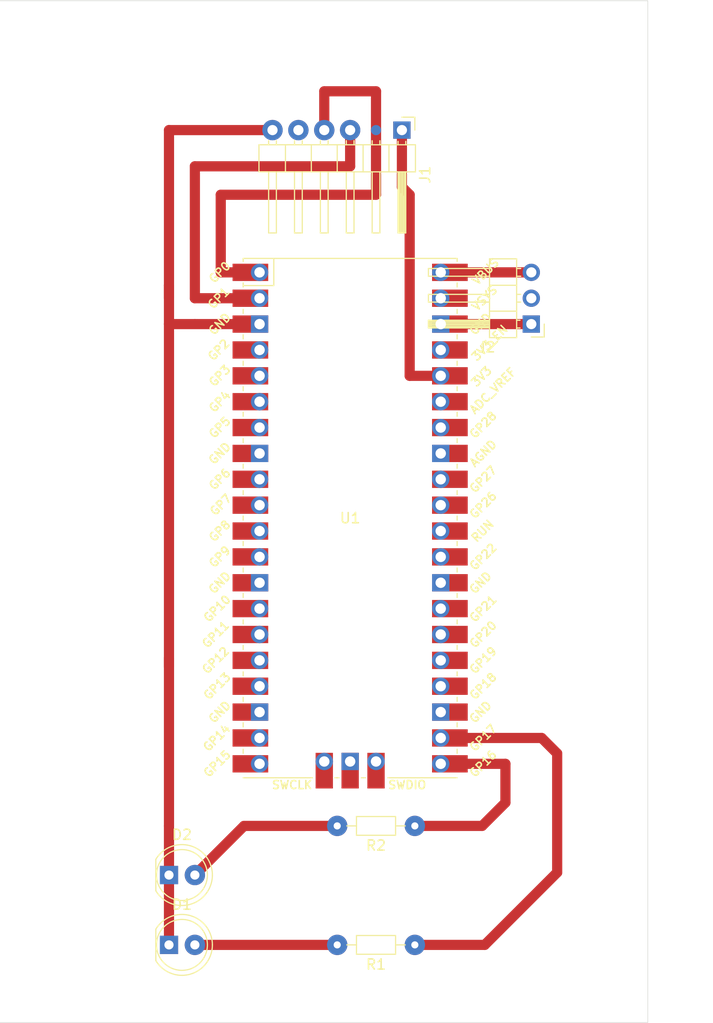
<source format=kicad_pcb>
(kicad_pcb (version 20171130) (host pcbnew "(5.1.12)-1")

  (general
    (thickness 1.6)
    (drawings 8)
    (tracks 38)
    (zones 0)
    (modules 7)
    (nets 47)
  )

  (page A4)
  (layers
    (0 F.Cu signal)
    (31 B.Cu signal hide)
    (32 B.Adhes user hide)
    (33 F.Adhes user hide)
    (34 B.Paste user hide)
    (35 F.Paste user hide)
    (36 B.SilkS user hide)
    (37 F.SilkS user)
    (38 B.Mask user hide)
    (39 F.Mask user hide)
    (40 Dwgs.User user)
    (41 Cmts.User user hide)
    (42 Eco1.User user hide)
    (43 Eco2.User user hide)
    (44 Edge.Cuts user hide)
    (45 Margin user hide)
    (46 B.CrtYd user hide)
    (47 F.CrtYd user hide)
    (48 B.Fab user hide)
    (49 F.Fab user hide)
  )

  (setup
    (last_trace_width 1)
    (user_trace_width 0.5)
    (user_trace_width 0.75)
    (user_trace_width 1)
    (trace_clearance 0.5)
    (zone_clearance 0.508)
    (zone_45_only no)
    (trace_min 0.2)
    (via_size 0.8)
    (via_drill 0.4)
    (via_min_size 0.4)
    (via_min_drill 0.3)
    (user_via 2 1)
    (uvia_size 0.3)
    (uvia_drill 0.1)
    (uvias_allowed no)
    (uvia_min_size 0.2)
    (uvia_min_drill 0.1)
    (edge_width 0.05)
    (segment_width 0.2)
    (pcb_text_width 0.3)
    (pcb_text_size 1.5 1.5)
    (mod_edge_width 0.12)
    (mod_text_size 1 1)
    (mod_text_width 0.15)
    (pad_size 1 1)
    (pad_drill 0.0001)
    (pad_to_mask_clearance 0)
    (aux_axis_origin 0 0)
    (visible_elements 7FFFFFFF)
    (pcbplotparams
      (layerselection 0x01000_ffffffff)
      (usegerberextensions false)
      (usegerberattributes true)
      (usegerberadvancedattributes true)
      (creategerberjobfile true)
      (excludeedgelayer true)
      (linewidth 0.100000)
      (plotframeref false)
      (viasonmask false)
      (mode 1)
      (useauxorigin false)
      (hpglpennumber 1)
      (hpglpenspeed 20)
      (hpglpendiameter 15.000000)
      (psnegative false)
      (psa4output false)
      (plotreference true)
      (plotvalue true)
      (plotinvisibletext false)
      (padsonsilk false)
      (subtractmaskfromsilk false)
      (outputformat 3)
      (mirror false)
      (drillshape 2)
      (scaleselection 1)
      (outputdirectory ""))
  )

  (net 0 "")
  (net 1 "Net-(D1-Pad2)")
  (net 2 GND)
  (net 3 "Net-(D2-Pad2)")
  (net 4 "Net-(J1-Pad2)")
  (net 5 "Net-(J1-Pad3)")
  (net 6 "Net-(J1-Pad5)")
  (net 7 "Net-(R1-Pad1)")
  (net 8 "Net-(R2-Pad1)")
  (net 9 "Net-(U1-Pad4)")
  (net 10 "Net-(U1-Pad5)")
  (net 11 "Net-(U1-Pad6)")
  (net 12 "Net-(U1-Pad7)")
  (net 13 "Net-(U1-Pad8)")
  (net 14 "Net-(U1-Pad9)")
  (net 15 "Net-(U1-Pad10)")
  (net 16 "Net-(U1-Pad11)")
  (net 17 "Net-(U1-Pad12)")
  (net 18 "Net-(U1-Pad13)")
  (net 19 "Net-(U1-Pad14)")
  (net 20 "Net-(U1-Pad15)")
  (net 21 "Net-(U1-Pad16)")
  (net 22 "Net-(U1-Pad17)")
  (net 23 "Net-(U1-Pad18)")
  (net 24 "Net-(U1-Pad19)")
  (net 25 "Net-(U1-Pad20)")
  (net 26 "Net-(U1-Pad23)")
  (net 27 "Net-(U1-Pad24)")
  (net 28 "Net-(U1-Pad25)")
  (net 29 "Net-(U1-Pad26)")
  (net 30 "Net-(U1-Pad27)")
  (net 31 "Net-(U1-Pad28)")
  (net 32 "Net-(U1-Pad29)")
  (net 33 "Net-(U1-Pad30)")
  (net 34 "Net-(U1-Pad31)")
  (net 35 "Net-(U1-Pad32)")
  (net 36 "Net-(U1-Pad33)")
  (net 37 "Net-(U1-Pad34)")
  (net 38 "Net-(U1-Pad35)")
  (net 39 "Net-(U1-Pad41)")
  (net 40 "Net-(U1-Pad42)")
  (net 41 "Net-(U1-Pad43)")
  (net 42 "Net-(J2-Pad3)")
  (net 43 "Net-(J2-Pad2)")
  (net 44 "Net-(J2-Pad1)")
  (net 45 "Net-(J1-Pad1)")
  (net 46 "Net-(U1-Pad37)")

  (net_class Default "This is the default net class."
    (clearance 0.5)
    (trace_width 1)
    (via_dia 0.8)
    (via_drill 0.4)
    (uvia_dia 0.3)
    (uvia_drill 0.1)
    (add_net GND)
    (add_net "Net-(D1-Pad2)")
    (add_net "Net-(D2-Pad2)")
    (add_net "Net-(J1-Pad1)")
    (add_net "Net-(J1-Pad2)")
    (add_net "Net-(J1-Pad3)")
    (add_net "Net-(J1-Pad5)")
    (add_net "Net-(J2-Pad1)")
    (add_net "Net-(J2-Pad2)")
    (add_net "Net-(J2-Pad3)")
    (add_net "Net-(R1-Pad1)")
    (add_net "Net-(R2-Pad1)")
    (add_net "Net-(U1-Pad10)")
    (add_net "Net-(U1-Pad11)")
    (add_net "Net-(U1-Pad12)")
    (add_net "Net-(U1-Pad13)")
    (add_net "Net-(U1-Pad14)")
    (add_net "Net-(U1-Pad15)")
    (add_net "Net-(U1-Pad16)")
    (add_net "Net-(U1-Pad17)")
    (add_net "Net-(U1-Pad18)")
    (add_net "Net-(U1-Pad19)")
    (add_net "Net-(U1-Pad20)")
    (add_net "Net-(U1-Pad23)")
    (add_net "Net-(U1-Pad24)")
    (add_net "Net-(U1-Pad25)")
    (add_net "Net-(U1-Pad26)")
    (add_net "Net-(U1-Pad27)")
    (add_net "Net-(U1-Pad28)")
    (add_net "Net-(U1-Pad29)")
    (add_net "Net-(U1-Pad30)")
    (add_net "Net-(U1-Pad31)")
    (add_net "Net-(U1-Pad32)")
    (add_net "Net-(U1-Pad33)")
    (add_net "Net-(U1-Pad34)")
    (add_net "Net-(U1-Pad35)")
    (add_net "Net-(U1-Pad37)")
    (add_net "Net-(U1-Pad4)")
    (add_net "Net-(U1-Pad41)")
    (add_net "Net-(U1-Pad42)")
    (add_net "Net-(U1-Pad43)")
    (add_net "Net-(U1-Pad5)")
    (add_net "Net-(U1-Pad6)")
    (add_net "Net-(U1-Pad7)")
    (add_net "Net-(U1-Pad8)")
    (add_net "Net-(U1-Pad9)")
  )

  (module Connector_PinHeader_2.54mm:PinHeader_1x06_P2.54mm_Horizontal (layer F.Cu) (tedit 61CFEAC1) (tstamp 61CDF61B)
    (at 236.22 50.8 270)
    (descr "Through hole angled pin header, 1x06, 2.54mm pitch, 6mm pin length, single row")
    (tags "Through hole angled pin header THT 1x06 2.54mm single row")
    (path /61CD1ABD)
    (fp_text reference J1 (at 4.385 -2.27 90) (layer F.SilkS)
      (effects (font (size 1 1) (thickness 0.15)))
    )
    (fp_text value Conn_01x06_Male (at 4.385 14.97 90) (layer F.Fab)
      (effects (font (size 1 1) (thickness 0.15)))
    )
    (fp_line (start 2.135 -1.27) (end 4.04 -1.27) (layer F.Fab) (width 0.1))
    (fp_line (start 4.04 -1.27) (end 4.04 13.97) (layer F.Fab) (width 0.1))
    (fp_line (start 4.04 13.97) (end 1.5 13.97) (layer F.Fab) (width 0.1))
    (fp_line (start 1.5 13.97) (end 1.5 -0.635) (layer F.Fab) (width 0.1))
    (fp_line (start 1.5 -0.635) (end 2.135 -1.27) (layer F.Fab) (width 0.1))
    (fp_line (start -0.32 -0.32) (end 1.5 -0.32) (layer F.Fab) (width 0.1))
    (fp_line (start -0.32 -0.32) (end -0.32 0.32) (layer F.Fab) (width 0.1))
    (fp_line (start -0.32 0.32) (end 1.5 0.32) (layer F.Fab) (width 0.1))
    (fp_line (start 4.04 -0.32) (end 10.04 -0.32) (layer F.Fab) (width 0.1))
    (fp_line (start 10.04 -0.32) (end 10.04 0.32) (layer F.Fab) (width 0.1))
    (fp_line (start 4.04 0.32) (end 10.04 0.32) (layer F.Fab) (width 0.1))
    (fp_line (start -0.32 2.22) (end 1.5 2.22) (layer F.Fab) (width 0.1))
    (fp_line (start -0.32 2.22) (end -0.32 2.86) (layer F.Fab) (width 0.1))
    (fp_line (start -0.32 2.86) (end 1.5 2.86) (layer F.Fab) (width 0.1))
    (fp_line (start 4.04 2.22) (end 10.04 2.22) (layer F.Fab) (width 0.1))
    (fp_line (start 10.04 2.22) (end 10.04 2.86) (layer F.Fab) (width 0.1))
    (fp_line (start 4.04 2.86) (end 10.04 2.86) (layer F.Fab) (width 0.1))
    (fp_line (start -0.32 4.76) (end 1.5 4.76) (layer F.Fab) (width 0.1))
    (fp_line (start -0.32 4.76) (end -0.32 5.4) (layer F.Fab) (width 0.1))
    (fp_line (start -0.32 5.4) (end 1.5 5.4) (layer F.Fab) (width 0.1))
    (fp_line (start 4.04 4.76) (end 10.04 4.76) (layer F.Fab) (width 0.1))
    (fp_line (start 10.04 4.76) (end 10.04 5.4) (layer F.Fab) (width 0.1))
    (fp_line (start 4.04 5.4) (end 10.04 5.4) (layer F.Fab) (width 0.1))
    (fp_line (start -0.32 7.3) (end 1.5 7.3) (layer F.Fab) (width 0.1))
    (fp_line (start -0.32 7.3) (end -0.32 7.94) (layer F.Fab) (width 0.1))
    (fp_line (start -0.32 7.94) (end 1.5 7.94) (layer F.Fab) (width 0.1))
    (fp_line (start 4.04 7.3) (end 10.04 7.3) (layer F.Fab) (width 0.1))
    (fp_line (start 10.04 7.3) (end 10.04 7.94) (layer F.Fab) (width 0.1))
    (fp_line (start 4.04 7.94) (end 10.04 7.94) (layer F.Fab) (width 0.1))
    (fp_line (start -0.32 9.84) (end 1.5 9.84) (layer F.Fab) (width 0.1))
    (fp_line (start -0.32 9.84) (end -0.32 10.48) (layer F.Fab) (width 0.1))
    (fp_line (start -0.32 10.48) (end 1.5 10.48) (layer F.Fab) (width 0.1))
    (fp_line (start 4.04 9.84) (end 10.04 9.84) (layer F.Fab) (width 0.1))
    (fp_line (start 10.04 9.84) (end 10.04 10.48) (layer F.Fab) (width 0.1))
    (fp_line (start 4.04 10.48) (end 10.04 10.48) (layer F.Fab) (width 0.1))
    (fp_line (start -0.32 12.38) (end 1.5 12.38) (layer F.Fab) (width 0.1))
    (fp_line (start -0.32 12.38) (end -0.32 13.02) (layer F.Fab) (width 0.1))
    (fp_line (start -0.32 13.02) (end 1.5 13.02) (layer F.Fab) (width 0.1))
    (fp_line (start 4.04 12.38) (end 10.04 12.38) (layer F.Fab) (width 0.1))
    (fp_line (start 10.04 12.38) (end 10.04 13.02) (layer F.Fab) (width 0.1))
    (fp_line (start 4.04 13.02) (end 10.04 13.02) (layer F.Fab) (width 0.1))
    (fp_line (start 1.44 -1.33) (end 1.44 14.03) (layer F.SilkS) (width 0.12))
    (fp_line (start 1.44 14.03) (end 4.1 14.03) (layer F.SilkS) (width 0.12))
    (fp_line (start 4.1 14.03) (end 4.1 -1.33) (layer F.SilkS) (width 0.12))
    (fp_line (start 4.1 -1.33) (end 1.44 -1.33) (layer F.SilkS) (width 0.12))
    (fp_line (start 4.1 -0.38) (end 10.1 -0.38) (layer F.SilkS) (width 0.12))
    (fp_line (start 10.1 -0.38) (end 10.1 0.38) (layer F.SilkS) (width 0.12))
    (fp_line (start 10.1 0.38) (end 4.1 0.38) (layer F.SilkS) (width 0.12))
    (fp_line (start 4.1 -0.32) (end 10.1 -0.32) (layer F.SilkS) (width 0.12))
    (fp_line (start 4.1 -0.2) (end 10.1 -0.2) (layer F.SilkS) (width 0.12))
    (fp_line (start 4.1 -0.08) (end 10.1 -0.08) (layer F.SilkS) (width 0.12))
    (fp_line (start 4.1 0.04) (end 10.1 0.04) (layer F.SilkS) (width 0.12))
    (fp_line (start 4.1 0.16) (end 10.1 0.16) (layer F.SilkS) (width 0.12))
    (fp_line (start 4.1 0.28) (end 10.1 0.28) (layer F.SilkS) (width 0.12))
    (fp_line (start 1.11 -0.38) (end 1.44 -0.38) (layer F.SilkS) (width 0.12))
    (fp_line (start 1.11 0.38) (end 1.44 0.38) (layer F.SilkS) (width 0.12))
    (fp_line (start 1.44 1.27) (end 4.1 1.27) (layer F.SilkS) (width 0.12))
    (fp_line (start 4.1 2.16) (end 10.1 2.16) (layer F.SilkS) (width 0.12))
    (fp_line (start 10.1 2.16) (end 10.1 2.92) (layer F.SilkS) (width 0.12))
    (fp_line (start 10.1 2.92) (end 4.1 2.92) (layer F.SilkS) (width 0.12))
    (fp_line (start 1.042929 2.16) (end 1.44 2.16) (layer F.SilkS) (width 0.12))
    (fp_line (start 1.042929 2.92) (end 1.44 2.92) (layer F.SilkS) (width 0.12))
    (fp_line (start 1.44 3.81) (end 4.1 3.81) (layer F.SilkS) (width 0.12))
    (fp_line (start 4.1 4.7) (end 10.1 4.7) (layer F.SilkS) (width 0.12))
    (fp_line (start 10.1 4.7) (end 10.1 5.46) (layer F.SilkS) (width 0.12))
    (fp_line (start 10.1 5.46) (end 4.1 5.46) (layer F.SilkS) (width 0.12))
    (fp_line (start 1.042929 4.7) (end 1.44 4.7) (layer F.SilkS) (width 0.12))
    (fp_line (start 1.042929 5.46) (end 1.44 5.46) (layer F.SilkS) (width 0.12))
    (fp_line (start 1.44 6.35) (end 4.1 6.35) (layer F.SilkS) (width 0.12))
    (fp_line (start 4.1 7.24) (end 10.1 7.24) (layer F.SilkS) (width 0.12))
    (fp_line (start 10.1 7.24) (end 10.1 8) (layer F.SilkS) (width 0.12))
    (fp_line (start 10.1 8) (end 4.1 8) (layer F.SilkS) (width 0.12))
    (fp_line (start 1.042929 7.24) (end 1.44 7.24) (layer F.SilkS) (width 0.12))
    (fp_line (start 1.042929 8) (end 1.44 8) (layer F.SilkS) (width 0.12))
    (fp_line (start 1.44 8.89) (end 4.1 8.89) (layer F.SilkS) (width 0.12))
    (fp_line (start 4.1 9.78) (end 10.1 9.78) (layer F.SilkS) (width 0.12))
    (fp_line (start 10.1 9.78) (end 10.1 10.54) (layer F.SilkS) (width 0.12))
    (fp_line (start 10.1 10.54) (end 4.1 10.54) (layer F.SilkS) (width 0.12))
    (fp_line (start 1.042929 9.78) (end 1.44 9.78) (layer F.SilkS) (width 0.12))
    (fp_line (start 1.042929 10.54) (end 1.44 10.54) (layer F.SilkS) (width 0.12))
    (fp_line (start 1.44 11.43) (end 4.1 11.43) (layer F.SilkS) (width 0.12))
    (fp_line (start 4.1 12.32) (end 10.1 12.32) (layer F.SilkS) (width 0.12))
    (fp_line (start 10.1 12.32) (end 10.1 13.08) (layer F.SilkS) (width 0.12))
    (fp_line (start 10.1 13.08) (end 4.1 13.08) (layer F.SilkS) (width 0.12))
    (fp_line (start 1.042929 12.32) (end 1.44 12.32) (layer F.SilkS) (width 0.12))
    (fp_line (start 1.042929 13.08) (end 1.44 13.08) (layer F.SilkS) (width 0.12))
    (fp_line (start -1.27 0) (end -1.27 -1.27) (layer F.SilkS) (width 0.12))
    (fp_line (start -1.27 -1.27) (end 0 -1.27) (layer F.SilkS) (width 0.12))
    (fp_line (start -1.8 -1.8) (end -1.8 14.5) (layer F.CrtYd) (width 0.05))
    (fp_line (start -1.8 14.5) (end 10.55 14.5) (layer F.CrtYd) (width 0.05))
    (fp_line (start 10.55 14.5) (end 10.55 -1.8) (layer F.CrtYd) (width 0.05))
    (fp_line (start 10.55 -1.8) (end -1.8 -1.8) (layer F.CrtYd) (width 0.05))
    (fp_text user %R (at 2.77 6.35) (layer F.Fab)
      (effects (font (size 1 1) (thickness 0.15)))
    )
    (pad 1 thru_hole rect (at 0 0 270) (size 1.7 1.7) (drill 1) (layers *.Cu *.Mask)
      (net 45 "Net-(J1-Pad1)"))
    (pad 2 thru_hole oval (at 0 2.54 270) (size 1 1) (drill 0.0001) (layers *.Cu *.Mask)
      (net 4 "Net-(J1-Pad2)"))
    (pad 3 thru_hole oval (at 0 5.08 270) (size 2 2) (drill 1) (layers *.Cu *.Mask)
      (net 5 "Net-(J1-Pad3)"))
    (pad 4 thru_hole oval (at 0 7.62 270) (size 2 2) (drill 1) (layers *.Cu *.Mask)
      (net 4 "Net-(J1-Pad2)"))
    (pad 5 thru_hole oval (at 0 10.16 270) (size 2 2) (drill 1) (layers *.Cu *.Mask)
      (net 6 "Net-(J1-Pad5)"))
    (pad 6 thru_hole oval (at 0 12.7 270) (size 2 2) (drill 1) (layers *.Cu *.Mask)
      (net 2 GND))
    (model ${KISYS3DMOD}/Connector_PinHeader_2.54mm.3dshapes/PinHeader_1x06_P2.54mm_Horizontal.wrl
      (at (xyz 0 0 0))
      (scale (xyz 1 1 1))
      (rotate (xyz 0 0 0))
    )
  )

  (module LED_THT:LED_D5.0mm_IRGrey (layer F.Cu) (tedit 61CD09D6) (tstamp 61CDF5B4)
    (at 213.36 123.952)
    (descr "LED, diameter 5.0mm, 2 pins, http://cdn-reichelt.de/documents/datenblatt/A500/LL-504BC2E-009.pdf")
    (tags "LED diameter 5.0mm 2 pins")
    (path /61CD30B7)
    (fp_text reference D2 (at 1.27 -3.96) (layer F.SilkS)
      (effects (font (size 1 1) (thickness 0.15)))
    )
    (fp_text value LD271 (at 1.27 3.96) (layer F.Fab)
      (effects (font (size 1 1) (thickness 0.15)))
    )
    (fp_line (start -1.23 -1.469694) (end -1.23 1.469694) (layer F.Fab) (width 0.1))
    (fp_line (start -1.29 -1.545) (end -1.29 1.545) (layer F.SilkS) (width 0.12))
    (fp_line (start -1.95 -3.25) (end -1.95 3.25) (layer F.CrtYd) (width 0.05))
    (fp_line (start -1.95 3.25) (end 4.5 3.25) (layer F.CrtYd) (width 0.05))
    (fp_line (start 4.5 3.25) (end 4.5 -3.25) (layer F.CrtYd) (width 0.05))
    (fp_line (start 4.5 -3.25) (end -1.95 -3.25) (layer F.CrtYd) (width 0.05))
    (fp_circle (center 1.27 0) (end 3.77 0) (layer F.Fab) (width 0.1))
    (fp_circle (center 1.27 0) (end 3.77 0) (layer F.SilkS) (width 0.12))
    (fp_text user %R (at 1.25 0) (layer F.Fab)
      (effects (font (size 0.8 0.8) (thickness 0.2)))
    )
    (fp_arc (start 1.27 0) (end -1.23 -1.469694) (angle 299.1) (layer F.Fab) (width 0.1))
    (fp_arc (start 1.27 0) (end -1.29 -1.54483) (angle 148.9) (layer F.SilkS) (width 0.12))
    (fp_arc (start 1.27 0) (end -1.29 1.54483) (angle -148.9) (layer F.SilkS) (width 0.12))
    (pad 1 thru_hole rect (at 0 0) (size 1.8 1.8) (drill 0.9) (layers *.Cu *.Mask)
      (net 2 GND))
    (pad 2 thru_hole circle (at 2.54 0) (size 2 2) (drill 0.9) (layers *.Cu *.Mask)
      (net 3 "Net-(D2-Pad2)"))
    (model ${KISYS3DMOD}/LED_THT.3dshapes/LED_D5.0mm_IRGrey.wrl
      (at (xyz 0 0 0))
      (scale (xyz 1 1 1))
      (rotate (xyz 0 0 0))
    )
  )

  (module Resistor_THT:R_Axial_DIN0204_L3.6mm_D1.6mm_P7.62mm_Horizontal (layer F.Cu) (tedit 61CD09F1) (tstamp 61CDF649)
    (at 237.49 119.126 180)
    (descr "Resistor, Axial_DIN0204 series, Axial, Horizontal, pin pitch=7.62mm, 0.167W, length*diameter=3.6*1.6mm^2, http://cdn-reichelt.de/documents/datenblatt/B400/1_4W%23YAG.pdf")
    (tags "Resistor Axial_DIN0204 series Axial Horizontal pin pitch 7.62mm 0.167W length 3.6mm diameter 1.6mm")
    (path /61CD8580)
    (fp_text reference R2 (at 3.81 -1.92) (layer F.SilkS)
      (effects (font (size 1 1) (thickness 0.15)))
    )
    (fp_text value R (at 3.81 1.92) (layer F.Fab)
      (effects (font (size 1 1) (thickness 0.15)))
    )
    (fp_line (start 8.57 -1.05) (end -0.95 -1.05) (layer F.CrtYd) (width 0.05))
    (fp_line (start 8.57 1.05) (end 8.57 -1.05) (layer F.CrtYd) (width 0.05))
    (fp_line (start -0.95 1.05) (end 8.57 1.05) (layer F.CrtYd) (width 0.05))
    (fp_line (start -0.95 -1.05) (end -0.95 1.05) (layer F.CrtYd) (width 0.05))
    (fp_line (start 6.68 0) (end 5.73 0) (layer F.SilkS) (width 0.12))
    (fp_line (start 0.94 0) (end 1.89 0) (layer F.SilkS) (width 0.12))
    (fp_line (start 5.73 -0.92) (end 1.89 -0.92) (layer F.SilkS) (width 0.12))
    (fp_line (start 5.73 0.92) (end 5.73 -0.92) (layer F.SilkS) (width 0.12))
    (fp_line (start 1.89 0.92) (end 5.73 0.92) (layer F.SilkS) (width 0.12))
    (fp_line (start 1.89 -0.92) (end 1.89 0.92) (layer F.SilkS) (width 0.12))
    (fp_line (start 7.62 0) (end 5.61 0) (layer F.Fab) (width 0.1))
    (fp_line (start 0 0) (end 2.01 0) (layer F.Fab) (width 0.1))
    (fp_line (start 5.61 -0.8) (end 2.01 -0.8) (layer F.Fab) (width 0.1))
    (fp_line (start 5.61 0.8) (end 5.61 -0.8) (layer F.Fab) (width 0.1))
    (fp_line (start 2.01 0.8) (end 5.61 0.8) (layer F.Fab) (width 0.1))
    (fp_line (start 2.01 -0.8) (end 2.01 0.8) (layer F.Fab) (width 0.1))
    (fp_text user %R (at 3.81 0) (layer F.Fab)
      (effects (font (size 0.72 0.72) (thickness 0.108)))
    )
    (pad 2 thru_hole oval (at 7.62 0 180) (size 2 2) (drill 0.7) (layers *.Cu *.Mask)
      (net 3 "Net-(D2-Pad2)"))
    (pad 1 thru_hole circle (at 0 0 180) (size 2 2) (drill 0.7) (layers *.Cu *.Mask)
      (net 8 "Net-(R2-Pad1)"))
    (model ${KISYS3DMOD}/Resistor_THT.3dshapes/R_Axial_DIN0204_L3.6mm_D1.6mm_P7.62mm_Horizontal.wrl
      (at (xyz 0 0 0))
      (scale (xyz 1 1 1))
      (rotate (xyz 0 0 0))
    )
  )

  (module LED_THT:LED_D5.0mm_IRGrey (layer F.Cu) (tedit 61CD0A0C) (tstamp 61CDF5A2)
    (at 213.36 130.81)
    (descr "LED, diameter 5.0mm, 2 pins, http://cdn-reichelt.de/documents/datenblatt/A500/LL-504BC2E-009.pdf")
    (tags "LED diameter 5.0mm 2 pins")
    (path /61CD66B7)
    (fp_text reference D1 (at 1.27 -3.96) (layer F.SilkS)
      (effects (font (size 1 1) (thickness 0.15)))
    )
    (fp_text value LD271 (at 1.27 3.96) (layer F.Fab)
      (effects (font (size 1 1) (thickness 0.15)))
    )
    (fp_circle (center 1.27 0) (end 3.77 0) (layer F.SilkS) (width 0.12))
    (fp_circle (center 1.27 0) (end 3.77 0) (layer F.Fab) (width 0.1))
    (fp_line (start 4.5 -3.25) (end -1.95 -3.25) (layer F.CrtYd) (width 0.05))
    (fp_line (start 4.5 3.25) (end 4.5 -3.25) (layer F.CrtYd) (width 0.05))
    (fp_line (start -1.95 3.25) (end 4.5 3.25) (layer F.CrtYd) (width 0.05))
    (fp_line (start -1.95 -3.25) (end -1.95 3.25) (layer F.CrtYd) (width 0.05))
    (fp_line (start -1.29 -1.545) (end -1.29 1.545) (layer F.SilkS) (width 0.12))
    (fp_line (start -1.23 -1.469694) (end -1.23 1.469694) (layer F.Fab) (width 0.1))
    (fp_arc (start 1.27 0) (end -1.29 1.54483) (angle -148.9) (layer F.SilkS) (width 0.12))
    (fp_arc (start 1.27 0) (end -1.29 -1.54483) (angle 148.9) (layer F.SilkS) (width 0.12))
    (fp_arc (start 1.27 0) (end -1.23 -1.469694) (angle 299.1) (layer F.Fab) (width 0.1))
    (fp_text user %R (at 1.25 0) (layer F.Fab)
      (effects (font (size 0.8 0.8) (thickness 0.2)))
    )
    (pad 2 thru_hole circle (at 2.54 0) (size 2 2) (drill 0.9) (layers *.Cu *.Mask)
      (net 1 "Net-(D1-Pad2)"))
    (pad 1 thru_hole rect (at 0 0) (size 1.8 1.8) (drill 0.9) (layers *.Cu *.Mask)
      (net 2 GND))
    (model ${KISYS3DMOD}/LED_THT.3dshapes/LED_D5.0mm_IRGrey.wrl
      (at (xyz 0 0 0))
      (scale (xyz 1 1 1))
      (rotate (xyz 0 0 0))
    )
  )

  (module Resistor_THT:R_Axial_DIN0204_L3.6mm_D1.6mm_P7.62mm_Horizontal (layer F.Cu) (tedit 61CD0A01) (tstamp 61CDF632)
    (at 237.49 130.81 180)
    (descr "Resistor, Axial_DIN0204 series, Axial, Horizontal, pin pitch=7.62mm, 0.167W, length*diameter=3.6*1.6mm^2, http://cdn-reichelt.de/documents/datenblatt/B400/1_4W%23YAG.pdf")
    (tags "Resistor Axial_DIN0204 series Axial Horizontal pin pitch 7.62mm 0.167W length 3.6mm diameter 1.6mm")
    (path /61CD7CDC)
    (fp_text reference R1 (at 3.81 -1.92) (layer F.SilkS)
      (effects (font (size 1 1) (thickness 0.15)))
    )
    (fp_text value R (at 3.81 1.92) (layer F.Fab)
      (effects (font (size 1 1) (thickness 0.15)))
    )
    (fp_line (start 2.01 -0.8) (end 2.01 0.8) (layer F.Fab) (width 0.1))
    (fp_line (start 2.01 0.8) (end 5.61 0.8) (layer F.Fab) (width 0.1))
    (fp_line (start 5.61 0.8) (end 5.61 -0.8) (layer F.Fab) (width 0.1))
    (fp_line (start 5.61 -0.8) (end 2.01 -0.8) (layer F.Fab) (width 0.1))
    (fp_line (start 0 0) (end 2.01 0) (layer F.Fab) (width 0.1))
    (fp_line (start 7.62 0) (end 5.61 0) (layer F.Fab) (width 0.1))
    (fp_line (start 1.89 -0.92) (end 1.89 0.92) (layer F.SilkS) (width 0.12))
    (fp_line (start 1.89 0.92) (end 5.73 0.92) (layer F.SilkS) (width 0.12))
    (fp_line (start 5.73 0.92) (end 5.73 -0.92) (layer F.SilkS) (width 0.12))
    (fp_line (start 5.73 -0.92) (end 1.89 -0.92) (layer F.SilkS) (width 0.12))
    (fp_line (start 0.94 0) (end 1.89 0) (layer F.SilkS) (width 0.12))
    (fp_line (start 6.68 0) (end 5.73 0) (layer F.SilkS) (width 0.12))
    (fp_line (start -0.95 -1.05) (end -0.95 1.05) (layer F.CrtYd) (width 0.05))
    (fp_line (start -0.95 1.05) (end 8.57 1.05) (layer F.CrtYd) (width 0.05))
    (fp_line (start 8.57 1.05) (end 8.57 -1.05) (layer F.CrtYd) (width 0.05))
    (fp_line (start 8.57 -1.05) (end -0.95 -1.05) (layer F.CrtYd) (width 0.05))
    (fp_text user %R (at 3.81 0) (layer F.Fab)
      (effects (font (size 0.72 0.72) (thickness 0.108)))
    )
    (pad 1 thru_hole circle (at 0 0 180) (size 2 2) (drill 0.7) (layers *.Cu *.Mask)
      (net 7 "Net-(R1-Pad1)"))
    (pad 2 thru_hole oval (at 7.62 0 180) (size 2 2) (drill 0.7) (layers *.Cu *.Mask)
      (net 1 "Net-(D1-Pad2)"))
    (model ${KISYS3DMOD}/Resistor_THT.3dshapes/R_Axial_DIN0204_L3.6mm_D1.6mm_P7.62mm_Horizontal.wrl
      (at (xyz 0 0 0))
      (scale (xyz 1 1 1))
      (rotate (xyz 0 0 0))
    )
  )

  (module pico:RPi_Pico_SMD_TH (layer F.Cu) (tedit 5F638C80) (tstamp 61CDF70F)
    (at 231.14 88.9)
    (descr "Through hole straight pin header, 2x20, 2.54mm pitch, double rows")
    (tags "Through hole pin header THT 2x20 2.54mm double row")
    (path /61CCFB78)
    (fp_text reference U1 (at 0 0) (layer F.SilkS)
      (effects (font (size 1 1) (thickness 0.15)))
    )
    (fp_text value Pico (at 0 2.159) (layer F.Fab)
      (effects (font (size 1 1) (thickness 0.15)))
    )
    (fp_line (start 1.1 25.5) (end 1.5 25.5) (layer F.SilkS) (width 0.12))
    (fp_line (start -1.5 25.5) (end -1.1 25.5) (layer F.SilkS) (width 0.12))
    (fp_line (start 10.5 25.5) (end 3.7 25.5) (layer F.SilkS) (width 0.12))
    (fp_line (start 10.5 15.1) (end 10.5 15.5) (layer F.SilkS) (width 0.12))
    (fp_line (start 10.5 7.4) (end 10.5 7.8) (layer F.SilkS) (width 0.12))
    (fp_line (start 10.5 -18) (end 10.5 -17.6) (layer F.SilkS) (width 0.12))
    (fp_line (start 10.5 -25.5) (end 10.5 -25.2) (layer F.SilkS) (width 0.12))
    (fp_line (start 10.5 -2.7) (end 10.5 -2.3) (layer F.SilkS) (width 0.12))
    (fp_line (start 10.5 12.5) (end 10.5 12.9) (layer F.SilkS) (width 0.12))
    (fp_line (start 10.5 -7.8) (end 10.5 -7.4) (layer F.SilkS) (width 0.12))
    (fp_line (start 10.5 -12.9) (end 10.5 -12.5) (layer F.SilkS) (width 0.12))
    (fp_line (start 10.5 -0.2) (end 10.5 0.2) (layer F.SilkS) (width 0.12))
    (fp_line (start 10.5 4.9) (end 10.5 5.3) (layer F.SilkS) (width 0.12))
    (fp_line (start 10.5 20.1) (end 10.5 20.5) (layer F.SilkS) (width 0.12))
    (fp_line (start 10.5 22.7) (end 10.5 23.1) (layer F.SilkS) (width 0.12))
    (fp_line (start 10.5 17.6) (end 10.5 18) (layer F.SilkS) (width 0.12))
    (fp_line (start 10.5 -15.4) (end 10.5 -15) (layer F.SilkS) (width 0.12))
    (fp_line (start 10.5 -23.1) (end 10.5 -22.7) (layer F.SilkS) (width 0.12))
    (fp_line (start 10.5 -20.5) (end 10.5 -20.1) (layer F.SilkS) (width 0.12))
    (fp_line (start 10.5 10) (end 10.5 10.4) (layer F.SilkS) (width 0.12))
    (fp_line (start 10.5 2.3) (end 10.5 2.7) (layer F.SilkS) (width 0.12))
    (fp_line (start 10.5 -5.3) (end 10.5 -4.9) (layer F.SilkS) (width 0.12))
    (fp_line (start 10.5 -10.4) (end 10.5 -10) (layer F.SilkS) (width 0.12))
    (fp_line (start -10.5 22.7) (end -10.5 23.1) (layer F.SilkS) (width 0.12))
    (fp_line (start -10.5 20.1) (end -10.5 20.5) (layer F.SilkS) (width 0.12))
    (fp_line (start -10.5 17.6) (end -10.5 18) (layer F.SilkS) (width 0.12))
    (fp_line (start -10.5 15.1) (end -10.5 15.5) (layer F.SilkS) (width 0.12))
    (fp_line (start -10.5 12.5) (end -10.5 12.9) (layer F.SilkS) (width 0.12))
    (fp_line (start -10.5 10) (end -10.5 10.4) (layer F.SilkS) (width 0.12))
    (fp_line (start -10.5 7.4) (end -10.5 7.8) (layer F.SilkS) (width 0.12))
    (fp_line (start -10.5 4.9) (end -10.5 5.3) (layer F.SilkS) (width 0.12))
    (fp_line (start -10.5 2.3) (end -10.5 2.7) (layer F.SilkS) (width 0.12))
    (fp_line (start -10.5 -0.2) (end -10.5 0.2) (layer F.SilkS) (width 0.12))
    (fp_line (start -10.5 -2.7) (end -10.5 -2.3) (layer F.SilkS) (width 0.12))
    (fp_line (start -10.5 -5.3) (end -10.5 -4.9) (layer F.SilkS) (width 0.12))
    (fp_line (start -10.5 -7.8) (end -10.5 -7.4) (layer F.SilkS) (width 0.12))
    (fp_line (start -10.5 -10.4) (end -10.5 -10) (layer F.SilkS) (width 0.12))
    (fp_line (start -10.5 -12.9) (end -10.5 -12.5) (layer F.SilkS) (width 0.12))
    (fp_line (start -10.5 -15.4) (end -10.5 -15) (layer F.SilkS) (width 0.12))
    (fp_line (start -10.5 -18) (end -10.5 -17.6) (layer F.SilkS) (width 0.12))
    (fp_line (start -10.5 -20.5) (end -10.5 -20.1) (layer F.SilkS) (width 0.12))
    (fp_line (start -10.5 -23.1) (end -10.5 -22.7) (layer F.SilkS) (width 0.12))
    (fp_line (start -10.5 -25.5) (end -10.5 -25.2) (layer F.SilkS) (width 0.12))
    (fp_line (start -7.493 -22.833) (end -7.493 -25.5) (layer F.SilkS) (width 0.12))
    (fp_line (start -10.5 -22.833) (end -7.493 -22.833) (layer F.SilkS) (width 0.12))
    (fp_line (start -3.7 25.5) (end -10.5 25.5) (layer F.SilkS) (width 0.12))
    (fp_line (start -10.5 -25.5) (end 10.5 -25.5) (layer F.SilkS) (width 0.12))
    (fp_line (start -11 26) (end -11 -26) (layer F.CrtYd) (width 0.12))
    (fp_line (start 11 26) (end -11 26) (layer F.CrtYd) (width 0.12))
    (fp_line (start 11 -26) (end 11 26) (layer F.CrtYd) (width 0.12))
    (fp_line (start -11 -26) (end 11 -26) (layer F.CrtYd) (width 0.12))
    (fp_line (start -10.5 -24.2) (end -9.2 -25.5) (layer F.Fab) (width 0.12))
    (fp_line (start -10.5 25.5) (end -10.5 -25.5) (layer F.Fab) (width 0.12))
    (fp_line (start 10.5 25.5) (end -10.5 25.5) (layer F.Fab) (width 0.12))
    (fp_line (start 10.5 -25.5) (end 10.5 25.5) (layer F.Fab) (width 0.12))
    (fp_line (start -10.5 -25.5) (end 10.5 -25.5) (layer F.Fab) (width 0.12))
    (fp_poly (pts (xy -1.5 -16.5) (xy -3.5 -16.5) (xy -3.5 -18.5) (xy -1.5 -18.5)) (layer Dwgs.User) (width 0.1))
    (fp_poly (pts (xy -1.5 -14) (xy -3.5 -14) (xy -3.5 -16) (xy -1.5 -16)) (layer Dwgs.User) (width 0.1))
    (fp_poly (pts (xy -1.5 -11.5) (xy -3.5 -11.5) (xy -3.5 -13.5) (xy -1.5 -13.5)) (layer Dwgs.User) (width 0.1))
    (fp_poly (pts (xy 3.7 -20.2) (xy -3.7 -20.2) (xy -3.7 -24.9) (xy 3.7 -24.9)) (layer Dwgs.User) (width 0.1))
    (fp_text user %R (at 0 0 180) (layer F.Fab)
      (effects (font (size 1 1) (thickness 0.15)))
    )
    (fp_text user GP1 (at -12.9 -21.6 45) (layer F.SilkS)
      (effects (font (size 0.8 0.8) (thickness 0.15)))
    )
    (fp_text user GP2 (at -12.9 -16.51 45) (layer F.SilkS)
      (effects (font (size 0.8 0.8) (thickness 0.15)))
    )
    (fp_text user GP0 (at -12.8 -24.13 45) (layer F.SilkS)
      (effects (font (size 0.8 0.8) (thickness 0.15)))
    )
    (fp_text user GP3 (at -12.8 -13.97 45) (layer F.SilkS)
      (effects (font (size 0.8 0.8) (thickness 0.15)))
    )
    (fp_text user GP4 (at -12.8 -11.43 45) (layer F.SilkS)
      (effects (font (size 0.8 0.8) (thickness 0.15)))
    )
    (fp_text user GP5 (at -12.8 -8.89 45) (layer F.SilkS)
      (effects (font (size 0.8 0.8) (thickness 0.15)))
    )
    (fp_text user GP6 (at -12.8 -3.81 45) (layer F.SilkS)
      (effects (font (size 0.8 0.8) (thickness 0.15)))
    )
    (fp_text user GP7 (at -12.7 -1.3 45) (layer F.SilkS)
      (effects (font (size 0.8 0.8) (thickness 0.15)))
    )
    (fp_text user GP8 (at -12.8 1.27 45) (layer F.SilkS)
      (effects (font (size 0.8 0.8) (thickness 0.15)))
    )
    (fp_text user GP9 (at -12.8 3.81 45) (layer F.SilkS)
      (effects (font (size 0.8 0.8) (thickness 0.15)))
    )
    (fp_text user GP10 (at -13.054 8.89 45) (layer F.SilkS)
      (effects (font (size 0.8 0.8) (thickness 0.15)))
    )
    (fp_text user GP11 (at -13.2 11.43 45) (layer F.SilkS)
      (effects (font (size 0.8 0.8) (thickness 0.15)))
    )
    (fp_text user GP12 (at -13.2 13.97 45) (layer F.SilkS)
      (effects (font (size 0.8 0.8) (thickness 0.15)))
    )
    (fp_text user GP13 (at -13.054 16.51 45) (layer F.SilkS)
      (effects (font (size 0.8 0.8) (thickness 0.15)))
    )
    (fp_text user GP14 (at -13.1 21.59 45) (layer F.SilkS)
      (effects (font (size 0.8 0.8) (thickness 0.15)))
    )
    (fp_text user GP15 (at -13.054 24.13 45) (layer F.SilkS)
      (effects (font (size 0.8 0.8) (thickness 0.15)))
    )
    (fp_text user GP16 (at 13.054 24.13 45) (layer F.SilkS)
      (effects (font (size 0.8 0.8) (thickness 0.15)))
    )
    (fp_text user GP17 (at 13.054 21.59 45) (layer F.SilkS)
      (effects (font (size 0.8 0.8) (thickness 0.15)))
    )
    (fp_text user GP18 (at 13.054 16.51 45) (layer F.SilkS)
      (effects (font (size 0.8 0.8) (thickness 0.15)))
    )
    (fp_text user GP19 (at 13.054 13.97 45) (layer F.SilkS)
      (effects (font (size 0.8 0.8) (thickness 0.15)))
    )
    (fp_text user GP20 (at 13.054 11.43 45) (layer F.SilkS)
      (effects (font (size 0.8 0.8) (thickness 0.15)))
    )
    (fp_text user GP21 (at 13.054 8.9 45) (layer F.SilkS)
      (effects (font (size 0.8 0.8) (thickness 0.15)))
    )
    (fp_text user GP22 (at 13.054 3.81 45) (layer F.SilkS)
      (effects (font (size 0.8 0.8) (thickness 0.15)))
    )
    (fp_text user RUN (at 13 1.27 45) (layer F.SilkS)
      (effects (font (size 0.8 0.8) (thickness 0.15)))
    )
    (fp_text user GP26 (at 13.054 -1.27 45) (layer F.SilkS)
      (effects (font (size 0.8 0.8) (thickness 0.15)))
    )
    (fp_text user GP27 (at 13.054 -3.8 45) (layer F.SilkS)
      (effects (font (size 0.8 0.8) (thickness 0.15)))
    )
    (fp_text user GP28 (at 13.054 -9.144 45) (layer F.SilkS)
      (effects (font (size 0.8 0.8) (thickness 0.15)))
    )
    (fp_text user ADC_VREF (at 14 -12.5 45) (layer F.SilkS)
      (effects (font (size 0.8 0.8) (thickness 0.15)))
    )
    (fp_text user 3V3 (at 12.9 -13.9 45) (layer F.SilkS)
      (effects (font (size 0.8 0.8) (thickness 0.15)))
    )
    (fp_text user 3V3_EN (at 13.7 -17.2 45) (layer F.SilkS)
      (effects (font (size 0.8 0.8) (thickness 0.15)))
    )
    (fp_text user VSYS (at 13.2 -21.59 45) (layer F.SilkS)
      (effects (font (size 0.8 0.8) (thickness 0.15)))
    )
    (fp_text user VBUS (at 13.3 -24.2 45) (layer F.SilkS)
      (effects (font (size 0.8 0.8) (thickness 0.15)))
    )
    (fp_text user GND (at -12.8 -19.05 45) (layer F.SilkS)
      (effects (font (size 0.8 0.8) (thickness 0.15)))
    )
    (fp_text user GND (at -12.8 -6.35 45) (layer F.SilkS)
      (effects (font (size 0.8 0.8) (thickness 0.15)))
    )
    (fp_text user GND (at -12.8 6.35 45) (layer F.SilkS)
      (effects (font (size 0.8 0.8) (thickness 0.15)))
    )
    (fp_text user GND (at -12.8 19.05 45) (layer F.SilkS)
      (effects (font (size 0.8 0.8) (thickness 0.15)))
    )
    (fp_text user GND (at 12.8 19.05 45) (layer F.SilkS)
      (effects (font (size 0.8 0.8) (thickness 0.15)))
    )
    (fp_text user GND (at 12.8 6.35 45) (layer F.SilkS)
      (effects (font (size 0.8 0.8) (thickness 0.15)))
    )
    (fp_text user GND (at 12.8 -19.05 45) (layer F.SilkS)
      (effects (font (size 0.8 0.8) (thickness 0.15)))
    )
    (fp_text user AGND (at 13.054 -6.35 45) (layer F.SilkS)
      (effects (font (size 0.8 0.8) (thickness 0.15)))
    )
    (fp_text user SWCLK (at -5.7 26.2) (layer F.SilkS)
      (effects (font (size 0.8 0.8) (thickness 0.15)))
    )
    (fp_text user SWDIO (at 5.6 26.2) (layer F.SilkS)
      (effects (font (size 0.8 0.8) (thickness 0.15)))
    )
    (fp_text user "Copper Keepouts shown on Dwgs layer" (at 0.1 -30.2) (layer Cmts.User)
      (effects (font (size 1 1) (thickness 0.15)))
    )
    (pad 1 thru_hole oval (at -8.89 -24.13) (size 1.7 1.7) (drill 1.02) (layers *.Cu *.Mask)
      (net 4 "Net-(J1-Pad2)"))
    (pad 2 thru_hole oval (at -8.89 -21.59) (size 1.7 1.7) (drill 1.02) (layers *.Cu *.Mask)
      (net 5 "Net-(J1-Pad3)"))
    (pad 3 thru_hole rect (at -8.89 -19.05) (size 1.7 1.7) (drill 1.02) (layers *.Cu *.Mask)
      (net 2 GND))
    (pad 4 thru_hole oval (at -8.89 -16.51) (size 1.7 1.7) (drill 1.02) (layers *.Cu *.Mask)
      (net 9 "Net-(U1-Pad4)"))
    (pad 5 thru_hole oval (at -8.89 -13.97) (size 1.7 1.7) (drill 1.02) (layers *.Cu *.Mask)
      (net 10 "Net-(U1-Pad5)"))
    (pad 6 thru_hole oval (at -8.89 -11.43) (size 1.7 1.7) (drill 1.02) (layers *.Cu *.Mask)
      (net 11 "Net-(U1-Pad6)"))
    (pad 7 thru_hole oval (at -8.89 -8.89) (size 1.7 1.7) (drill 1.02) (layers *.Cu *.Mask)
      (net 12 "Net-(U1-Pad7)"))
    (pad 8 thru_hole rect (at -8.89 -6.35) (size 1.7 1.7) (drill 1.02) (layers *.Cu *.Mask)
      (net 13 "Net-(U1-Pad8)"))
    (pad 9 thru_hole oval (at -8.89 -3.81) (size 1.7 1.7) (drill 1.02) (layers *.Cu *.Mask)
      (net 14 "Net-(U1-Pad9)"))
    (pad 10 thru_hole oval (at -8.89 -1.27) (size 1.7 1.7) (drill 1.02) (layers *.Cu *.Mask)
      (net 15 "Net-(U1-Pad10)"))
    (pad 11 thru_hole oval (at -8.89 1.27) (size 1.7 1.7) (drill 1.02) (layers *.Cu *.Mask)
      (net 16 "Net-(U1-Pad11)"))
    (pad 12 thru_hole oval (at -8.89 3.81) (size 1.7 1.7) (drill 1.02) (layers *.Cu *.Mask)
      (net 17 "Net-(U1-Pad12)"))
    (pad 13 thru_hole rect (at -8.89 6.35) (size 1.7 1.7) (drill 1.02) (layers *.Cu *.Mask)
      (net 18 "Net-(U1-Pad13)"))
    (pad 14 thru_hole oval (at -8.89 8.89) (size 1.7 1.7) (drill 1.02) (layers *.Cu *.Mask)
      (net 19 "Net-(U1-Pad14)"))
    (pad 15 thru_hole oval (at -8.89 11.43) (size 1.7 1.7) (drill 1.02) (layers *.Cu *.Mask)
      (net 20 "Net-(U1-Pad15)"))
    (pad 16 thru_hole oval (at -8.89 13.97) (size 1.7 1.7) (drill 1.02) (layers *.Cu *.Mask)
      (net 21 "Net-(U1-Pad16)"))
    (pad 17 thru_hole oval (at -8.89 16.51) (size 1.7 1.7) (drill 1.02) (layers *.Cu *.Mask)
      (net 22 "Net-(U1-Pad17)"))
    (pad 18 thru_hole rect (at -8.89 19.05) (size 1.7 1.7) (drill 1.02) (layers *.Cu *.Mask)
      (net 23 "Net-(U1-Pad18)"))
    (pad 19 thru_hole oval (at -8.89 21.59) (size 1.7 1.7) (drill 1.02) (layers *.Cu *.Mask)
      (net 24 "Net-(U1-Pad19)"))
    (pad 20 thru_hole oval (at -8.89 24.13) (size 1.7 1.7) (drill 1.02) (layers *.Cu *.Mask)
      (net 25 "Net-(U1-Pad20)"))
    (pad 21 thru_hole oval (at 8.89 24.13) (size 1.7 1.7) (drill 1.02) (layers *.Cu *.Mask)
      (net 8 "Net-(R2-Pad1)"))
    (pad 22 thru_hole oval (at 8.89 21.59) (size 1.7 1.7) (drill 1.02) (layers *.Cu *.Mask)
      (net 7 "Net-(R1-Pad1)"))
    (pad 23 thru_hole rect (at 8.89 19.05) (size 1.7 1.7) (drill 1.02) (layers *.Cu *.Mask)
      (net 26 "Net-(U1-Pad23)"))
    (pad 24 thru_hole oval (at 8.89 16.51) (size 1.7 1.7) (drill 1.02) (layers *.Cu *.Mask)
      (net 27 "Net-(U1-Pad24)"))
    (pad 25 thru_hole oval (at 8.89 13.97) (size 1.7 1.7) (drill 1.02) (layers *.Cu *.Mask)
      (net 28 "Net-(U1-Pad25)"))
    (pad 26 thru_hole oval (at 8.89 11.43) (size 1.7 1.7) (drill 1.02) (layers *.Cu *.Mask)
      (net 29 "Net-(U1-Pad26)"))
    (pad 27 thru_hole oval (at 8.89 8.89) (size 1.7 1.7) (drill 1.02) (layers *.Cu *.Mask)
      (net 30 "Net-(U1-Pad27)"))
    (pad 28 thru_hole rect (at 8.89 6.35) (size 1.7 1.7) (drill 1.02) (layers *.Cu *.Mask)
      (net 31 "Net-(U1-Pad28)"))
    (pad 29 thru_hole oval (at 8.89 3.81) (size 1.7 1.7) (drill 1.02) (layers *.Cu *.Mask)
      (net 32 "Net-(U1-Pad29)"))
    (pad 30 thru_hole oval (at 8.89 1.27) (size 1.7 1.7) (drill 1.02) (layers *.Cu *.Mask)
      (net 33 "Net-(U1-Pad30)"))
    (pad 31 thru_hole oval (at 8.89 -1.27) (size 1.7 1.7) (drill 1.02) (layers *.Cu *.Mask)
      (net 34 "Net-(U1-Pad31)"))
    (pad 32 thru_hole oval (at 8.89 -3.81) (size 1.7 1.7) (drill 1.02) (layers *.Cu *.Mask)
      (net 35 "Net-(U1-Pad32)"))
    (pad 33 thru_hole rect (at 8.89 -6.35) (size 1.7 1.7) (drill 1.02) (layers *.Cu *.Mask)
      (net 36 "Net-(U1-Pad33)"))
    (pad 34 thru_hole oval (at 8.89 -8.89) (size 1.7 1.7) (drill 1.02) (layers *.Cu *.Mask)
      (net 37 "Net-(U1-Pad34)"))
    (pad 35 thru_hole oval (at 8.89 -11.43) (size 1.7 1.7) (drill 1.02) (layers *.Cu *.Mask)
      (net 38 "Net-(U1-Pad35)"))
    (pad 36 thru_hole oval (at 8.89 -13.97) (size 1.7 1.7) (drill 1.02) (layers *.Cu *.Mask)
      (net 45 "Net-(J1-Pad1)"))
    (pad 37 thru_hole oval (at 8.89 -16.51) (size 1.7 1.7) (drill 1.02) (layers *.Cu *.Mask)
      (net 46 "Net-(U1-Pad37)"))
    (pad 38 thru_hole rect (at 8.89 -19.05) (size 1.7 1.7) (drill 1.02) (layers *.Cu *.Mask)
      (net 44 "Net-(J2-Pad1)"))
    (pad 39 thru_hole oval (at 8.89 -21.59) (size 1.7 1.7) (drill 1.02) (layers *.Cu *.Mask)
      (net 43 "Net-(J2-Pad2)"))
    (pad 40 thru_hole oval (at 8.89 -24.13) (size 1.7 1.7) (drill 1.02) (layers *.Cu *.Mask)
      (net 42 "Net-(J2-Pad3)"))
    (pad 1 smd rect (at -8.89 -24.13) (size 3.5 1.7) (drill (offset -0.9 0)) (layers F.Cu F.Mask)
      (net 4 "Net-(J1-Pad2)"))
    (pad 2 smd rect (at -8.89 -21.59) (size 3.5 1.7) (drill (offset -0.9 0)) (layers F.Cu F.Mask)
      (net 5 "Net-(J1-Pad3)"))
    (pad 3 smd rect (at -8.89 -19.05) (size 3.5 1.7) (drill (offset -0.9 0)) (layers F.Cu F.Mask)
      (net 2 GND))
    (pad 4 smd rect (at -8.89 -16.51) (size 3.5 1.7) (drill (offset -0.9 0)) (layers F.Cu F.Mask)
      (net 9 "Net-(U1-Pad4)"))
    (pad 5 smd rect (at -8.89 -13.97) (size 3.5 1.7) (drill (offset -0.9 0)) (layers F.Cu F.Mask)
      (net 10 "Net-(U1-Pad5)"))
    (pad 6 smd rect (at -8.89 -11.43) (size 3.5 1.7) (drill (offset -0.9 0)) (layers F.Cu F.Mask)
      (net 11 "Net-(U1-Pad6)"))
    (pad 7 smd rect (at -8.89 -8.89) (size 3.5 1.7) (drill (offset -0.9 0)) (layers F.Cu F.Mask)
      (net 12 "Net-(U1-Pad7)"))
    (pad 8 smd rect (at -8.89 -6.35) (size 3.5 1.7) (drill (offset -0.9 0)) (layers F.Cu F.Mask)
      (net 13 "Net-(U1-Pad8)"))
    (pad 9 smd rect (at -8.89 -3.81) (size 3.5 1.7) (drill (offset -0.9 0)) (layers F.Cu F.Mask)
      (net 14 "Net-(U1-Pad9)"))
    (pad 10 smd rect (at -8.89 -1.27) (size 3.5 1.7) (drill (offset -0.9 0)) (layers F.Cu F.Mask)
      (net 15 "Net-(U1-Pad10)"))
    (pad 11 smd rect (at -8.89 1.27) (size 3.5 1.7) (drill (offset -0.9 0)) (layers F.Cu F.Mask)
      (net 16 "Net-(U1-Pad11)"))
    (pad 12 smd rect (at -8.89 3.81) (size 3.5 1.7) (drill (offset -0.9 0)) (layers F.Cu F.Mask)
      (net 17 "Net-(U1-Pad12)"))
    (pad 13 smd rect (at -8.89 6.35) (size 3.5 1.7) (drill (offset -0.9 0)) (layers F.Cu F.Mask)
      (net 18 "Net-(U1-Pad13)"))
    (pad 14 smd rect (at -8.89 8.89) (size 3.5 1.7) (drill (offset -0.9 0)) (layers F.Cu F.Mask)
      (net 19 "Net-(U1-Pad14)"))
    (pad 15 smd rect (at -8.89 11.43) (size 3.5 1.7) (drill (offset -0.9 0)) (layers F.Cu F.Mask)
      (net 20 "Net-(U1-Pad15)"))
    (pad 16 smd rect (at -8.89 13.97) (size 3.5 1.7) (drill (offset -0.9 0)) (layers F.Cu F.Mask)
      (net 21 "Net-(U1-Pad16)"))
    (pad 17 smd rect (at -8.89 16.51) (size 3.5 1.7) (drill (offset -0.9 0)) (layers F.Cu F.Mask)
      (net 22 "Net-(U1-Pad17)"))
    (pad 18 smd rect (at -8.89 19.05) (size 3.5 1.7) (drill (offset -0.9 0)) (layers F.Cu F.Mask)
      (net 23 "Net-(U1-Pad18)"))
    (pad 19 smd rect (at -8.89 21.59) (size 3.5 1.7) (drill (offset -0.9 0)) (layers F.Cu F.Mask)
      (net 24 "Net-(U1-Pad19)"))
    (pad 20 smd rect (at -8.89 24.13) (size 3.5 1.7) (drill (offset -0.9 0)) (layers F.Cu F.Mask)
      (net 25 "Net-(U1-Pad20)"))
    (pad 40 smd rect (at 8.89 -24.13) (size 3.5 1.7) (drill (offset 0.9 0)) (layers F.Cu F.Mask)
      (net 42 "Net-(J2-Pad3)"))
    (pad 39 smd rect (at 8.89 -21.59) (size 3.5 1.7) (drill (offset 0.9 0)) (layers F.Cu F.Mask)
      (net 43 "Net-(J2-Pad2)"))
    (pad 38 smd rect (at 8.89 -19.05) (size 3.5 1.7) (drill (offset 0.9 0)) (layers F.Cu F.Mask)
      (net 44 "Net-(J2-Pad1)"))
    (pad 37 smd rect (at 8.89 -16.51) (size 3.5 1.7) (drill (offset 0.9 0)) (layers F.Cu F.Mask)
      (net 46 "Net-(U1-Pad37)"))
    (pad 36 smd rect (at 8.89 -13.97) (size 3.5 1.7) (drill (offset 0.9 0)) (layers F.Cu F.Mask)
      (net 45 "Net-(J1-Pad1)"))
    (pad 35 smd rect (at 8.89 -11.43) (size 3.5 1.7) (drill (offset 0.9 0)) (layers F.Cu F.Mask)
      (net 38 "Net-(U1-Pad35)"))
    (pad 34 smd rect (at 8.89 -8.89) (size 3.5 1.7) (drill (offset 0.9 0)) (layers F.Cu F.Mask)
      (net 37 "Net-(U1-Pad34)"))
    (pad 33 smd rect (at 8.89 -6.35) (size 3.5 1.7) (drill (offset 0.9 0)) (layers F.Cu F.Mask)
      (net 36 "Net-(U1-Pad33)"))
    (pad 32 smd rect (at 8.89 -3.81) (size 3.5 1.7) (drill (offset 0.9 0)) (layers F.Cu F.Mask)
      (net 35 "Net-(U1-Pad32)"))
    (pad 31 smd rect (at 8.89 -1.27) (size 3.5 1.7) (drill (offset 0.9 0)) (layers F.Cu F.Mask)
      (net 34 "Net-(U1-Pad31)"))
    (pad 30 smd rect (at 8.89 1.27) (size 3.5 1.7) (drill (offset 0.9 0)) (layers F.Cu F.Mask)
      (net 33 "Net-(U1-Pad30)"))
    (pad 29 smd rect (at 8.89 3.81) (size 3.5 1.7) (drill (offset 0.9 0)) (layers F.Cu F.Mask)
      (net 32 "Net-(U1-Pad29)"))
    (pad 28 smd rect (at 8.89 6.35) (size 3.5 1.7) (drill (offset 0.9 0)) (layers F.Cu F.Mask)
      (net 31 "Net-(U1-Pad28)"))
    (pad 27 smd rect (at 8.89 8.89) (size 3.5 1.7) (drill (offset 0.9 0)) (layers F.Cu F.Mask)
      (net 30 "Net-(U1-Pad27)"))
    (pad 26 smd rect (at 8.89 11.43) (size 3.5 1.7) (drill (offset 0.9 0)) (layers F.Cu F.Mask)
      (net 29 "Net-(U1-Pad26)"))
    (pad 25 smd rect (at 8.89 13.97) (size 3.5 1.7) (drill (offset 0.9 0)) (layers F.Cu F.Mask)
      (net 28 "Net-(U1-Pad25)"))
    (pad 24 smd rect (at 8.89 16.51) (size 3.5 1.7) (drill (offset 0.9 0)) (layers F.Cu F.Mask)
      (net 27 "Net-(U1-Pad24)"))
    (pad 23 smd rect (at 8.89 19.05) (size 3.5 1.7) (drill (offset 0.9 0)) (layers F.Cu F.Mask)
      (net 26 "Net-(U1-Pad23)"))
    (pad 22 smd rect (at 8.89 21.59) (size 3.5 1.7) (drill (offset 0.9 0)) (layers F.Cu F.Mask)
      (net 7 "Net-(R1-Pad1)"))
    (pad 21 smd rect (at 8.89 24.13) (size 3.5 1.7) (drill (offset 0.9 0)) (layers F.Cu F.Mask)
      (net 8 "Net-(R2-Pad1)"))
    (pad "" np_thru_hole oval (at -2.725 -24) (size 1.8 1.8) (drill 1.8) (layers *.Cu *.Mask))
    (pad "" np_thru_hole oval (at 2.725 -24) (size 1.8 1.8) (drill 1.8) (layers *.Cu *.Mask))
    (pad "" np_thru_hole oval (at -2.425 -20.97) (size 1.5 1.5) (drill 1.5) (layers *.Cu *.Mask))
    (pad "" np_thru_hole oval (at 2.425 -20.97) (size 1.5 1.5) (drill 1.5) (layers *.Cu *.Mask))
    (pad 41 smd rect (at -2.54 23.9 90) (size 3.5 1.7) (drill (offset -0.9 0)) (layers F.Cu F.Mask)
      (net 39 "Net-(U1-Pad41)"))
    (pad 41 thru_hole oval (at -2.54 23.9) (size 1.7 1.7) (drill 1.02) (layers *.Cu *.Mask)
      (net 39 "Net-(U1-Pad41)"))
    (pad 42 smd rect (at 0 23.9 90) (size 3.5 1.7) (drill (offset -0.9 0)) (layers F.Cu F.Mask)
      (net 40 "Net-(U1-Pad42)"))
    (pad 42 thru_hole rect (at 0 23.9) (size 1.7 1.7) (drill 1.02) (layers *.Cu *.Mask)
      (net 40 "Net-(U1-Pad42)"))
    (pad 43 smd rect (at 2.54 23.9 90) (size 3.5 1.7) (drill (offset -0.9 0)) (layers F.Cu F.Mask)
      (net 41 "Net-(U1-Pad43)"))
    (pad 43 thru_hole oval (at 2.54 23.9) (size 1.7 1.7) (drill 1.02) (layers *.Cu *.Mask)
      (net 41 "Net-(U1-Pad43)"))
  )

  (module Connector_PinHeader_2.54mm:PinHeader_1x03_P2.54mm_Horizontal (layer F.Cu) (tedit 59FED5CB) (tstamp 61CE13E6)
    (at 248.92 69.85 180)
    (descr "Through hole angled pin header, 1x03, 2.54mm pitch, 6mm pin length, single row")
    (tags "Through hole angled pin header THT 1x03 2.54mm single row")
    (path /61D0A450)
    (fp_text reference J2 (at 4.385 -2.27) (layer F.SilkS)
      (effects (font (size 1 1) (thickness 0.15)))
    )
    (fp_text value Conn_01x03_Female (at 4.385 7.35) (layer F.Fab)
      (effects (font (size 1 1) (thickness 0.15)))
    )
    (fp_line (start 2.135 -1.27) (end 4.04 -1.27) (layer F.Fab) (width 0.1))
    (fp_line (start 4.04 -1.27) (end 4.04 6.35) (layer F.Fab) (width 0.1))
    (fp_line (start 4.04 6.35) (end 1.5 6.35) (layer F.Fab) (width 0.1))
    (fp_line (start 1.5 6.35) (end 1.5 -0.635) (layer F.Fab) (width 0.1))
    (fp_line (start 1.5 -0.635) (end 2.135 -1.27) (layer F.Fab) (width 0.1))
    (fp_line (start -0.32 -0.32) (end 1.5 -0.32) (layer F.Fab) (width 0.1))
    (fp_line (start -0.32 -0.32) (end -0.32 0.32) (layer F.Fab) (width 0.1))
    (fp_line (start -0.32 0.32) (end 1.5 0.32) (layer F.Fab) (width 0.1))
    (fp_line (start 4.04 -0.32) (end 10.04 -0.32) (layer F.Fab) (width 0.1))
    (fp_line (start 10.04 -0.32) (end 10.04 0.32) (layer F.Fab) (width 0.1))
    (fp_line (start 4.04 0.32) (end 10.04 0.32) (layer F.Fab) (width 0.1))
    (fp_line (start -0.32 2.22) (end 1.5 2.22) (layer F.Fab) (width 0.1))
    (fp_line (start -0.32 2.22) (end -0.32 2.86) (layer F.Fab) (width 0.1))
    (fp_line (start -0.32 2.86) (end 1.5 2.86) (layer F.Fab) (width 0.1))
    (fp_line (start 4.04 2.22) (end 10.04 2.22) (layer F.Fab) (width 0.1))
    (fp_line (start 10.04 2.22) (end 10.04 2.86) (layer F.Fab) (width 0.1))
    (fp_line (start 4.04 2.86) (end 10.04 2.86) (layer F.Fab) (width 0.1))
    (fp_line (start -0.32 4.76) (end 1.5 4.76) (layer F.Fab) (width 0.1))
    (fp_line (start -0.32 4.76) (end -0.32 5.4) (layer F.Fab) (width 0.1))
    (fp_line (start -0.32 5.4) (end 1.5 5.4) (layer F.Fab) (width 0.1))
    (fp_line (start 4.04 4.76) (end 10.04 4.76) (layer F.Fab) (width 0.1))
    (fp_line (start 10.04 4.76) (end 10.04 5.4) (layer F.Fab) (width 0.1))
    (fp_line (start 4.04 5.4) (end 10.04 5.4) (layer F.Fab) (width 0.1))
    (fp_line (start 1.44 -1.33) (end 1.44 6.41) (layer F.SilkS) (width 0.12))
    (fp_line (start 1.44 6.41) (end 4.1 6.41) (layer F.SilkS) (width 0.12))
    (fp_line (start 4.1 6.41) (end 4.1 -1.33) (layer F.SilkS) (width 0.12))
    (fp_line (start 4.1 -1.33) (end 1.44 -1.33) (layer F.SilkS) (width 0.12))
    (fp_line (start 4.1 -0.38) (end 10.1 -0.38) (layer F.SilkS) (width 0.12))
    (fp_line (start 10.1 -0.38) (end 10.1 0.38) (layer F.SilkS) (width 0.12))
    (fp_line (start 10.1 0.38) (end 4.1 0.38) (layer F.SilkS) (width 0.12))
    (fp_line (start 4.1 -0.32) (end 10.1 -0.32) (layer F.SilkS) (width 0.12))
    (fp_line (start 4.1 -0.2) (end 10.1 -0.2) (layer F.SilkS) (width 0.12))
    (fp_line (start 4.1 -0.08) (end 10.1 -0.08) (layer F.SilkS) (width 0.12))
    (fp_line (start 4.1 0.04) (end 10.1 0.04) (layer F.SilkS) (width 0.12))
    (fp_line (start 4.1 0.16) (end 10.1 0.16) (layer F.SilkS) (width 0.12))
    (fp_line (start 4.1 0.28) (end 10.1 0.28) (layer F.SilkS) (width 0.12))
    (fp_line (start 1.11 -0.38) (end 1.44 -0.38) (layer F.SilkS) (width 0.12))
    (fp_line (start 1.11 0.38) (end 1.44 0.38) (layer F.SilkS) (width 0.12))
    (fp_line (start 1.44 1.27) (end 4.1 1.27) (layer F.SilkS) (width 0.12))
    (fp_line (start 4.1 2.16) (end 10.1 2.16) (layer F.SilkS) (width 0.12))
    (fp_line (start 10.1 2.16) (end 10.1 2.92) (layer F.SilkS) (width 0.12))
    (fp_line (start 10.1 2.92) (end 4.1 2.92) (layer F.SilkS) (width 0.12))
    (fp_line (start 1.042929 2.16) (end 1.44 2.16) (layer F.SilkS) (width 0.12))
    (fp_line (start 1.042929 2.92) (end 1.44 2.92) (layer F.SilkS) (width 0.12))
    (fp_line (start 1.44 3.81) (end 4.1 3.81) (layer F.SilkS) (width 0.12))
    (fp_line (start 4.1 4.7) (end 10.1 4.7) (layer F.SilkS) (width 0.12))
    (fp_line (start 10.1 4.7) (end 10.1 5.46) (layer F.SilkS) (width 0.12))
    (fp_line (start 10.1 5.46) (end 4.1 5.46) (layer F.SilkS) (width 0.12))
    (fp_line (start 1.042929 4.7) (end 1.44 4.7) (layer F.SilkS) (width 0.12))
    (fp_line (start 1.042929 5.46) (end 1.44 5.46) (layer F.SilkS) (width 0.12))
    (fp_line (start -1.27 0) (end -1.27 -1.27) (layer F.SilkS) (width 0.12))
    (fp_line (start -1.27 -1.27) (end 0 -1.27) (layer F.SilkS) (width 0.12))
    (fp_line (start -1.8 -1.8) (end -1.8 6.85) (layer F.CrtYd) (width 0.05))
    (fp_line (start -1.8 6.85) (end 10.55 6.85) (layer F.CrtYd) (width 0.05))
    (fp_line (start 10.55 6.85) (end 10.55 -1.8) (layer F.CrtYd) (width 0.05))
    (fp_line (start 10.55 -1.8) (end -1.8 -1.8) (layer F.CrtYd) (width 0.05))
    (fp_text user %R (at 2.77 2.54 90) (layer F.Fab)
      (effects (font (size 1 1) (thickness 0.15)))
    )
    (pad 1 thru_hole rect (at 0 0 180) (size 1.7 1.7) (drill 1) (layers *.Cu *.Mask)
      (net 44 "Net-(J2-Pad1)"))
    (pad 2 thru_hole oval (at 0 2.54 180) (size 1.7 1.7) (drill 1) (layers *.Cu *.Mask)
      (net 43 "Net-(J2-Pad2)"))
    (pad 3 thru_hole oval (at 0 5.08 180) (size 1.7 1.7) (drill 1) (layers *.Cu *.Mask)
      (net 42 "Net-(J2-Pad3)"))
    (model ${KISYS3DMOD}/Connector_PinHeader_2.54mm.3dshapes/PinHeader_1x03_P2.54mm_Horizontal.wrl
      (at (xyz 0 0 0))
      (scale (xyz 1 1 1))
      (rotate (xyz 0 0 0))
    )
  )

  (gr_line (start 260.35 38.1) (end 260.35 138.43) (layer Edge.Cuts) (width 0.05) (tstamp 61CFE710))
  (gr_line (start 190.5 38.1) (end 260.35 38.1) (layer Edge.Cuts) (width 0.05) (tstamp 61CFE70F))
  (gr_line (start 190.5 138.43) (end 190.5 38.1) (layer Edge.Cuts) (width 0.05) (tstamp 61CD13C1))
  (gr_line (start 260.35 138.43) (end 190.5 138.43) (layer Edge.Cuts) (width 0.05))
  (gr_line (start 266.7 138.43) (end 266.7 38.1) (layer Dwgs.User) (width 0.15) (tstamp 61CE1591))
  (gr_line (start 196.85 138.43) (end 266.7 138.43) (layer Dwgs.User) (width 0.15))
  (gr_line (start 196.85 38.1) (end 196.85 138.43) (layer Dwgs.User) (width 0.15))
  (gr_line (start 266.7 38.1) (end 196.85 38.1) (layer Dwgs.User) (width 0.15))

  (segment (start 229.87 130.81) (end 215.9 130.81) (width 1) (layer F.Cu) (net 1))
  (segment (start 223.52 50.8) (end 213.36 50.8) (width 1) (layer F.Cu) (net 2))
  (segment (start 213.36 130.81) (end 213.36 119.126) (width 1) (layer F.Cu) (net 2))
  (segment (start 213.36 119.126) (end 213.36 102.616) (width 1) (layer F.Cu) (net 2))
  (segment (start 222.25 69.85) (end 215.9 69.85) (width 1) (layer F.Cu) (net 2))
  (segment (start 213.36 69.85) (end 215.9 69.85) (width 1) (layer F.Cu) (net 2))
  (segment (start 213.36 69.85) (end 213.36 103.51) (width 1) (layer F.Cu) (net 2))
  (segment (start 213.36 67.31) (end 213.36 66.04) (width 1) (layer F.Cu) (net 2))
  (segment (start 213.36 66.04) (end 213.36 69.85) (width 1) (layer F.Cu) (net 2))
  (segment (start 213.36 50.8) (end 213.36 66.04) (width 1) (layer F.Cu) (net 2))
  (segment (start 220.726 119.126) (end 215.9 123.952) (width 1) (layer F.Cu) (net 3))
  (segment (start 229.87 119.126) (end 220.726 119.126) (width 1) (layer F.Cu) (net 3))
  (segment (start 218.44 64.77) (end 222.25 64.77) (width 1) (layer F.Cu) (net 4))
  (segment (start 218.44 57.15) (end 218.44 64.77) (width 1) (layer F.Cu) (net 4))
  (segment (start 233.68 57.15) (end 218.44 57.15) (width 1) (layer F.Cu) (net 4))
  (segment (start 233.68 50.8) (end 233.68 57.15) (width 1) (layer F.Cu) (net 4))
  (segment (start 228.6 46.99) (end 233.68 46.99) (width 1) (layer F.Cu) (net 4))
  (segment (start 233.68 50.8) (end 233.68 46.99) (width 1) (layer F.Cu) (net 4))
  (segment (start 228.6 46.99) (end 228.6 50.8) (width 1) (layer F.Cu) (net 4))
  (segment (start 222.25 67.31) (end 215.9 67.31) (width 1) (layer F.Cu) (net 5))
  (segment (start 215.9 67.31) (end 215.9 54.356) (width 1) (layer F.Cu) (net 5))
  (segment (start 215.9 54.356) (end 231.14 54.356) (width 1) (layer F.Cu) (net 5))
  (segment (start 231.14 54.356) (end 231.14 50.8) (width 1) (layer F.Cu) (net 5))
  (segment (start 244.348 130.81) (end 237.49 130.81) (width 1) (layer F.Cu) (net 7))
  (segment (start 251.46 112.014) (end 251.46 123.698) (width 1) (layer F.Cu) (net 7))
  (segment (start 251.46 123.698) (end 244.348 130.81) (width 1) (layer F.Cu) (net 7))
  (segment (start 249.936 110.49) (end 251.46 112.014) (width 1) (layer F.Cu) (net 7))
  (segment (start 240.03 110.49) (end 249.936 110.49) (width 1) (layer F.Cu) (net 7))
  (segment (start 246.38 113.03) (end 240.03 113.03) (width 1) (layer F.Cu) (net 8))
  (segment (start 246.38 116.84) (end 246.38 113.03) (width 1) (layer F.Cu) (net 8))
  (segment (start 244.094 119.126) (end 246.38 116.84) (width 1) (layer F.Cu) (net 8))
  (segment (start 237.49 119.126) (end 244.094 119.126) (width 1) (layer F.Cu) (net 8))
  (segment (start 240.03 64.77) (end 248.92 64.77) (width 1) (layer F.Cu) (net 42))
  (segment (start 240.03 69.85) (end 248.92 69.85) (width 1) (layer F.Cu) (net 44))
  (segment (start 236.982 74.93) (end 240.03 74.93) (width 1) (layer F.Cu) (net 45))
  (segment (start 236.22 50.8) (end 236.22 56.388) (width 1) (layer F.Cu) (net 45))
  (segment (start 236.22 56.388) (end 236.982 57.15) (width 1) (layer F.Cu) (net 45))
  (segment (start 236.982 57.15) (end 236.982 74.93) (width 1) (layer F.Cu) (net 45))

)

</source>
